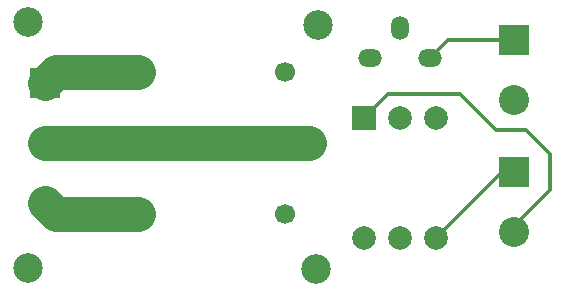
<source format=gbl>
G04 #@! TF.FileFunction,Copper,L2,Bot,Signal*
%FSLAX46Y46*%
G04 Gerber Fmt 4.6, Leading zero omitted, Abs format (unit mm)*
G04 Created by KiCad (PCBNEW 4.0.1-stable) date 26/05/2016 09:01:35*
%MOMM*%
G01*
G04 APERTURE LIST*
%ADD10C,0.100000*%
%ADD11C,2.500000*%
%ADD12C,1.998980*%
%ADD13R,1.998980X1.998980*%
%ADD14R,2.540000X2.540000*%
%ADD15C,2.540000*%
%ADD16O,1.501140X1.998980*%
%ADD17O,1.998980X1.501140*%
%ADD18C,1.700000*%
%ADD19C,0.300000*%
%ADD20C,3.000000*%
G04 APERTURE END LIST*
D10*
D11*
X131064000Y-122555000D03*
X131191000Y-101854000D03*
X106680000Y-122428000D03*
X106680000Y-101600000D03*
D12*
X135130540Y-119888000D03*
D13*
X135130540Y-109728000D03*
D14*
X147828000Y-103124000D03*
D15*
X147828000Y-108204000D03*
D14*
X147828000Y-114300000D03*
D15*
X147828000Y-119380000D03*
D16*
X138176000Y-102108000D03*
D17*
X135636000Y-104648000D03*
X140716000Y-104648000D03*
D12*
X138176000Y-109728000D03*
X138176000Y-119888000D03*
X141224000Y-109728000D03*
X141224000Y-119888000D03*
D18*
X115936000Y-105879000D03*
X115936000Y-117879000D03*
X128436000Y-117879000D03*
X130436000Y-111879000D03*
X128436000Y-105879000D03*
D14*
X108077000Y-106807000D03*
D15*
X108077000Y-111887000D03*
X108077000Y-116967000D03*
D19*
X147828000Y-119380000D02*
X147828000Y-118872000D01*
X147828000Y-118872000D02*
X150876000Y-115824000D01*
X150876000Y-115824000D02*
X150876000Y-112776000D01*
X150876000Y-112776000D02*
X148844000Y-110744000D01*
X148844000Y-110744000D02*
X146304000Y-110744000D01*
X146304000Y-110744000D02*
X143256000Y-107696000D01*
X143256000Y-107696000D02*
X137162540Y-107696000D01*
X137162540Y-107696000D02*
X135130540Y-109728000D01*
X147828000Y-114300000D02*
X146812000Y-114300000D01*
X146812000Y-114300000D02*
X141224000Y-119888000D01*
X147828000Y-103124000D02*
X142240000Y-103124000D01*
X142240000Y-103124000D02*
X140716000Y-104648000D01*
D20*
X115936000Y-105879000D02*
X109005000Y-105879000D01*
X109005000Y-105879000D02*
X108077000Y-106807000D01*
X130436000Y-111879000D02*
X108085000Y-111879000D01*
X108085000Y-111879000D02*
X108077000Y-111887000D01*
X115936000Y-117879000D02*
X108989000Y-117879000D01*
X108989000Y-117879000D02*
X108077000Y-116967000D01*
M02*

</source>
